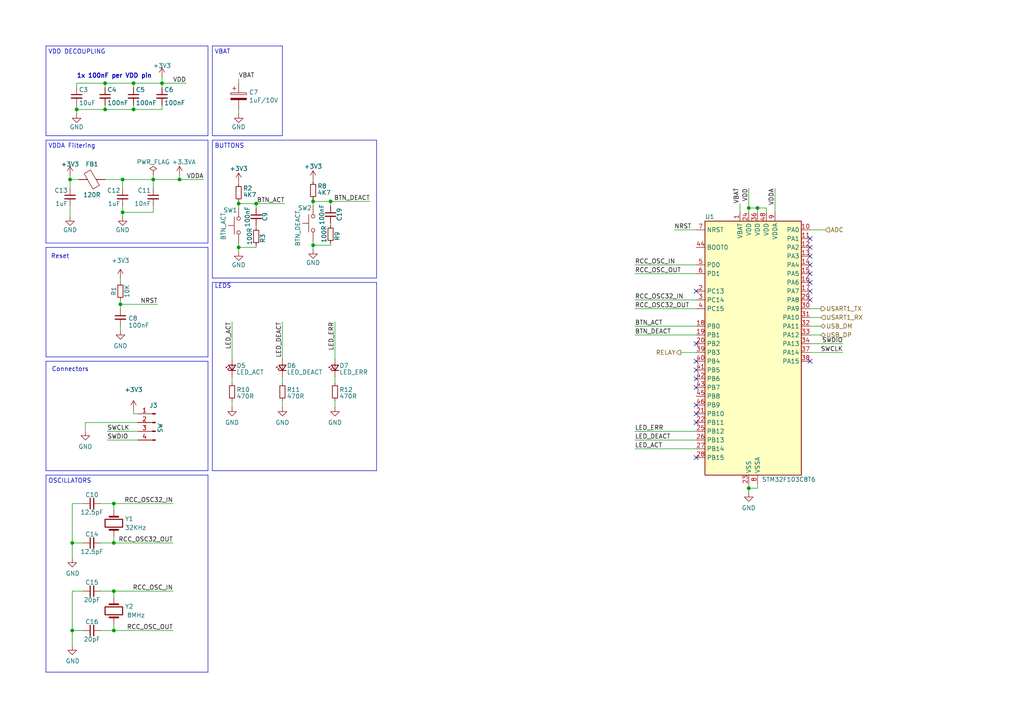
<source format=kicad_sch>
(kicad_sch (version 20230121) (generator eeschema)
  (paper "A4")
  (lib_symbols
    (symbol "+3V3_1" (power) (pin_names (offset 0))
      (property "Value" "+3V3_1" (at 0 3.556 0))
      (symbol "+3V3_1_0_1"
        (polyline (pts (xy -0.762 1.27) (xy 0 2.54)))
        (polyline (pts (xy 0 0) (xy 0 2.54)))
        (polyline (pts (xy 0 2.54) (xy 0.762 1.27)))
      )
      (symbol "+3V3_1_1_1"
        (pin power_in line (at 0 0 90) (length 0) hide (name "+3V3") (number "1"))
      )
    )
    (symbol "Connector:Conn_01x04_Male" (pin_names (offset 1.016) hide)
      (property "Reference" "J" (at 0 5.08 0))
      (property "Value" "Conn_01x04_Male" (at 0 -7.62 0))
      (symbol "Conn_01x04_Male_1_1"
        (polyline (pts (xy 1.27 -5.08) (xy 0.8636 -5.08)) (stroke (width 0.1524)))
        (polyline (pts (xy 1.27 -2.54) (xy 0.8636 -2.54)) (stroke (width 0.1524)))
        (polyline (pts (xy 1.27 0) (xy 0.8636 0)) (stroke (width 0.1524)))
        (polyline (pts (xy 1.27 2.54) (xy 0.8636 2.54)) (stroke (width 0.1524)))
        (rectangle (start 0.8636 -4.953) (end 0 -5.207) (stroke (width 0.1524)) (fill (type outline)))
        (rectangle (start 0.8636 -2.413) (end 0 -2.667) (stroke (width 0.1524)) (fill (type outline)))
        (rectangle (start 0.8636 0.127) (end 0 -0.127) (stroke (width 0.1524)) (fill (type outline)))
        (rectangle (start 0.8636 2.667) (end 0 2.413) (stroke (width 0.1524)) (fill (type outline)))
        (pin passive line (at 5.08 2.54 180) (length 3.81) (name "Pin_1") (number "1"))
        (pin passive line (at 5.08 0 180) (length 3.81) (name "Pin_2") (number "2"))
        (pin passive line (at 5.08 -2.54 180) (length 3.81) (name "Pin_3") (number "3"))
        (pin passive line (at 5.08 -5.08 180) (length 3.81) (name "Pin_4") (number "4"))
      )
    )
    (symbol "Device:CP" (pin_numbers hide) (pin_names (offset 0.254))
      (property "Reference" "C" (at 0.635 2.54 0))
      (property "Value" "Device_CP" (at 0.635 -2.54 0))
      (symbol "CP_0_1"
        (rectangle (start -2.286 0.508) (end 2.286 1.016))
        (polyline (pts (xy -1.778 2.286) (xy -0.762 2.286)))
        (polyline (pts (xy -1.27 2.794) (xy -1.27 1.778)))
        (rectangle (start 2.286 -0.508) (end -2.286 -1.016) (fill (type outline)))
      )
      (symbol "CP_1_1"
        (pin passive line (at 0 3.81 270) (length 2.794) (name "~") (number "1"))
        (pin passive line (at 0 -3.81 90) (length 2.794) (name "~") (number "2"))
      )
    )
    (symbol "Device:C_Small" (pin_numbers hide) (pin_names (offset 0.254) hide)
      (property "Reference" "C" (at 0.254 1.778 0))
      (property "Value" "C_Small" (at 0.254 -2.032 0))
      (symbol "C_Small_0_1"
        (polyline (pts (xy -1.524 -0.508) (xy 1.524 -0.508)) (stroke (width 0.3302)))
        (polyline (pts (xy -1.524 0.508) (xy 1.524 0.508)) (stroke (width 0.3048)))
      )
      (symbol "C_Small_1_1"
        (pin passive line (at 0 2.54 270) (length 2.032) (name "~") (number "1"))
        (pin passive line (at 0 -2.54 90) (length 2.032) (name "~") (number "2"))
      )
    )
    (symbol "Device:Crystal" (pin_numbers hide) (pin_names (offset 1.016) hide)
      (property "Reference" "Y" (at 0 3.81 0))
      (property "Value" "Crystal" (at 0 -3.81 0))
      (symbol "Crystal_0_1"
        (rectangle (start -1.143 2.54) (end 1.143 -2.54) (stroke (width 0.3048)))
        (polyline (pts (xy -2.54 0) (xy -1.905 0)))
        (polyline (pts (xy -1.905 -1.27) (xy -1.905 1.27)) (stroke (width 0.508)))
        (polyline (pts (xy 1.905 -1.27) (xy 1.905 1.27)) (stroke (width 0.508)))
        (polyline (pts (xy 2.54 0) (xy 1.905 0)))
      )
      (symbol "Crystal_1_1"
        (pin passive line (at -3.81 0 0) (length 1.27) (name "1") (number "1"))
        (pin passive line (at 3.81 0 180) (length 1.27) (name "2") (number "2"))
      )
    )
    (symbol "Device:FerriteBead" (pin_numbers hide) (pin_names (offset 0))
      (property "Reference" "FB" (at -3.81 0.635 90))
      (property "Value" "FerriteBead" (at 3.81 0 90))
      (symbol "FerriteBead_0_1"
        (polyline (pts (xy 0 -1.27) (xy 0 -1.2192)))
        (polyline (pts (xy 0 1.27) (xy 0 1.2954)))
        (polyline (pts (xy -2.7686 0.4064) (xy -1.7018 2.2606) (xy 2.7686 -0.3048) (xy 1.6764 -2.159) (xy -2.7686 0.4064)))
      )
      (symbol "FerriteBead_1_1"
        (pin passive line (at 0 3.81 270) (length 2.54) (name "~") (number "1"))
        (pin passive line (at 0 -3.81 90) (length 2.54) (name "~") (number "2"))
      )
    )
    (symbol "Device:LED_Small" (pin_numbers hide) (pin_names (offset 0.254) hide)
      (property "Reference" "D" (at -1.27 3.175 0))
      (property "Value" "LED_Small" (at -4.445 -2.54 0))
      (symbol "LED_Small_0_1"
        (polyline (pts (xy -0.762 -1.016) (xy -0.762 1.016)) (stroke (width 0.254)))
        (polyline (pts (xy 1.016 0) (xy -0.762 0)))
        (polyline (pts (xy 0.762 -1.016) (xy -0.762 0) (xy 0.762 1.016) (xy 0.762 -1.016)) (stroke (width 0.254)))
        (polyline (pts (xy 0 0.762) (xy -0.508 1.27) (xy -0.254 1.27) (xy -0.508 1.27) (xy -0.508 1.016)))
        (polyline (pts (xy 0.508 1.27) (xy 0 1.778) (xy 0.254 1.778) (xy 0 1.778) (xy 0 1.524)))
      )
      (symbol "LED_Small_1_1"
        (pin passive line (at -2.54 0 0) (length 1.778) (name "K") (number "1"))
        (pin passive line (at 2.54 0 180) (length 1.778) (name "A") (number "2"))
      )
    )
    (symbol "Device:R_Small" (pin_numbers hide) (pin_names (offset 0.254) hide)
      (property "Reference" "R" (at 0.762 0.508 0))
      (property "Value" "R_Small" (at 0.762 -1.016 0))
      (symbol "R_Small_0_1"
        (rectangle (start -0.762 1.778) (end 0.762 -1.778) (stroke (width 0.2032)))
      )
      (symbol "R_Small_1_1"
        (pin passive line (at 0 2.54 270) (length 0.762) (name "~") (number "1"))
        (pin passive line (at 0 -2.54 90) (length 0.762) (name "~") (number "2"))
      )
    )
    (symbol "GND_1" (power) (pin_names (offset 0))
      (property "Value" "GND_1" (at 0 -3.81 0))
      (symbol "GND_1_0_1"
        (polyline (pts (xy 0 0) (xy 0 -1.27) (xy 1.27 -1.27) (xy 0 -2.54) (xy -1.27 -1.27) (xy 0 -1.27)))
      )
      (symbol "GND_1_1_1"
        (pin power_in line (at 0 0 270) (length 0) hide (name "GND") (number "1"))
      )
    )
    (symbol "MCU_ST_STM32F1:STM32F103C8Tx"
      (property "Reference" "U" (at -12.7 39.37 0))
      (property "Value" "STM32F103C8Tx" (at 10.16 39.37 0))
      (symbol "STM32F103C8Tx_0_1"
        (rectangle (start -12.7 -35.56) (end 15.24 38.1) (stroke (width 0.254)) (fill (type background)))
      )
      (symbol "STM32F103C8Tx_1_1"
        (pin power_in line (at -2.54 40.64 270) (length 2.54) (name "VBAT") (number "1"))
        (pin bidirectional line (at 17.78 35.56 180) (length 2.54) (name "PA0") (number "10"))
        (pin bidirectional line (at 17.78 33.02 180) (length 2.54) (name "PA1") (number "11"))
        (pin bidirectional line (at 17.78 30.48 180) (length 2.54) (name "PA2") (number "12"))
        (pin bidirectional line (at 17.78 27.94 180) (length 2.54) (name "PA3") (number "13"))
        (pin bidirectional line (at 17.78 25.4 180) (length 2.54) (name "PA4") (number "14"))
        (pin bidirectional line (at 17.78 22.86 180) (length 2.54) (name "PA5") (number "15"))
        (pin bidirectional line (at 17.78 20.32 180) (length 2.54) (name "PA6") (number "16"))
        (pin bidirectional line (at 17.78 17.78 180) (length 2.54) (name "PA7") (number "17"))
        (pin bidirectional line (at -15.24 7.62 0) (length 2.54) (name "PB0") (number "18"))
        (pin bidirectional line (at -15.24 5.08 0) (length 2.54) (name "PB1") (number "19"))
        (pin bidirectional line (at -15.24 17.78 0) (length 2.54) (name "PC13") (number "2"))
        (pin bidirectional line (at -15.24 2.54 0) (length 2.54) (name "PB2") (number "20"))
        (pin bidirectional line (at -15.24 -17.78 0) (length 2.54) (name "PB10") (number "21"))
        (pin bidirectional line (at -15.24 -20.32 0) (length 2.54) (name "PB11") (number "22"))
        (pin power_in line (at 0 -38.1 90) (length 2.54) (name "VSS") (number "23"))
        (pin power_in line (at 0 40.64 270) (length 2.54) (name "VDD") (number "24"))
        (pin bidirectional line (at -15.24 -22.86 0) (length 2.54) (name "PB12") (number "25"))
        (pin bidirectional line (at -15.24 -25.4 0) (length 2.54) (name "PB13") (number "26"))
        (pin bidirectional line (at -15.24 -27.94 0) (length 2.54) (name "PB14") (number "27"))
        (pin bidirectional line (at -15.24 -30.48 0) (length 2.54) (name "PB15") (number "28"))
        (pin bidirectional line (at 17.78 15.24 180) (length 2.54) (name "PA8") (number "29"))
        (pin bidirectional line (at -15.24 15.24 0) (length 2.54) (name "PC14") (number "3"))
        (pin bidirectional line (at 17.78 12.7 180) (length 2.54) (name "PA9") (number "30"))
        (pin bidirectional line (at 17.78 10.16 180) (length 2.54) (name "PA10") (number "31"))
        (pin bidirectional line (at 17.78 7.62 180) (length 2.54) (name "PA11") (number "32"))
        (pin bidirectional line (at 17.78 5.08 180) (length 2.54) (name "PA12") (number "33"))
        (pin bidirectional line (at 17.78 2.54 180) (length 2.54) (name "PA13") (number "34"))
        (pin passive line (at 0 -38.1 90) (length 2.54) hide (name "VSS") (number "35"))
        (pin power_in line (at 2.54 40.64 270) (length 2.54) (name "VDD") (number "36"))
        (pin bidirectional line (at 17.78 0 180) (length 2.54) (name "PA14") (number "37"))
        (pin bidirectional line (at 17.78 -2.54 180) (length 2.54) (name "PA15") (number "38"))
        (pin bidirectional line (at -15.24 0 0) (length 2.54) (name "PB3") (number "39"))
        (pin bidirectional line (at -15.24 12.7 0) (length 2.54) (name "PC15") (number "4"))
        (pin bidirectional line (at -15.24 -2.54 0) (length 2.54) (name "PB4") (number "40"))
        (pin bidirectional line (at -15.24 -5.08 0) (length 2.54) (name "PB5") (number "41"))
        (pin bidirectional line (at -15.24 -7.62 0) (length 2.54) (name "PB6") (number "42"))
        (pin bidirectional line (at -15.24 -10.16 0) (length 2.54) (name "PB7") (number "43"))
        (pin input line (at -15.24 30.48 0) (length 2.54) (name "BOOT0") (number "44"))
        (pin bidirectional line (at -15.24 -12.7 0) (length 2.54) (name "PB8") (number "45"))
        (pin bidirectional line (at -15.24 -15.24 0) (length 2.54) (name "PB9") (number "46"))
        (pin passive line (at 0 -38.1 90) (length 2.54) hide (name "VSS") (number "47"))
        (pin power_in line (at 5.08 40.64 270) (length 2.54) (name "VDD") (number "48"))
        (pin bidirectional line (at -15.24 25.4 0) (length 2.54) (name "PD0") (number "5"))
        (pin bidirectional line (at -15.24 22.86 0) (length 2.54) (name "PD1") (number "6"))
        (pin input line (at -15.24 35.56 0) (length 2.54) (name "NRST") (number "7"))
        (pin power_in line (at 2.54 -38.1 90) (length 2.54) (name "VSSA") (number "8"))
        (pin power_in line (at 7.62 40.64 270) (length 2.54) (name "VDDA") (number "9"))
      )
    )
    (symbol "Switch:SW_Push" (pin_numbers hide) (pin_names (offset 1.016) hide)
      (property "Reference" "SW" (at 1.27 2.54 0))
      (property "Value" "SW_Push" (at 0 -1.524 0))
      (symbol "SW_Push_0_1"
        (circle (center -2.032 0) (radius 0.508))
        (polyline (pts (xy 0 1.27) (xy 0 3.048)))
        (polyline (pts (xy 2.54 1.27) (xy -2.54 1.27)))
        (circle (center 2.032 0) (radius 0.508))
        (pin passive line (at -5.08 0 0) (length 2.54) (name "1") (number "1"))
        (pin passive line (at 5.08 0 180) (length 2.54) (name "2") (number "2"))
      )
    )
    (symbol "power:+3.3VA" (power) (pin_names (offset 0))
      (property "Value" "+3.3VA" (at 0 3.556 0))
      (symbol "+3.3VA_0_1"
        (polyline (pts (xy -0.762 1.27) (xy 0 2.54)))
        (polyline (pts (xy 0 0) (xy 0 2.54)))
        (polyline (pts (xy 0 2.54) (xy 0.762 1.27)))
      )
      (symbol "+3.3VA_1_1"
        (pin power_in line (at 0 0 90) (length 0) hide (name "+3.3VA") (number "1"))
      )
    )
    (symbol "power:+3V3" (power) (pin_names (offset 0))
      (property "Value" "+3V3" (at 0 3.556 0))
      (symbol "+3V3_0_1"
        (polyline (pts (xy -0.762 1.27) (xy 0 2.54)))
        (polyline (pts (xy 0 0) (xy 0 2.54)))
        (polyline (pts (xy 0 2.54) (xy 0.762 1.27)))
      )
      (symbol "+3V3_1_1"
        (pin power_in line (at 0 0 90) (length 0) hide (name "+3V3") (number "1"))
      )
    )
    (symbol "power:GND" (power) (pin_names (offset 0))
      (property "Value" "GND" (at 0 -3.81 0))
      (symbol "GND_0_1"
        (polyline (pts (xy 0 0) (xy 0 -1.27) (xy 1.27 -1.27) (xy 0 -2.54) (xy -1.27 -1.27) (xy 0 -1.27)))
      )
      (symbol "GND_1_1"
        (pin power_in line (at 0 0 270) (length 0) hide (name "GND") (number "1"))
      )
    )
    (symbol "power:PWR_FLAG" (power) (pin_numbers hide) (pin_names (offset 0) hide)
      (property "Value" "PWR_FLAG" (at 0 3.81 0))
      (symbol "PWR_FLAG_0_0"
        (pin power_out line (at 0 0 90) (length 0) (name "pwr") (number "1"))
      )
      (symbol "PWR_FLAG_0_1"
        (polyline (pts (xy 0 0) (xy 0 1.27) (xy -1.016 1.905) (xy 0 2.54) (xy 1.016 1.905) (xy 0 1.27)))
      )
    )
  )
  (junction (at 69.215 71.755))
  (junction (at 90.805 71.12))
  (junction (at 219.71 60.325))
  (junction (at 69.215 59.055))
  (junction (at 52.07 52.07))
  (junction (at 217.17 141.605))
  (junction (at 30.48 31.75))
  (junction (at 38.735 24.13))
  (junction (at 20.32 52.07))
  (junction (at 20.955 157.48))
  (junction (at 20.955 182.88))
  (junction (at 33.02 157.48))
  (junction (at 95.885 58.42))
  (junction (at 22.225 31.75))
  (junction (at 74.295 59.055))
  (junction (at 90.805 58.42))
  (junction (at 46.99 24.13))
  (junction (at 33.02 146.05))
  (junction (at 33.02 182.88))
  (junction (at 34.925 88.265))
  (junction (at 35.56 61.595))
  (junction (at 33.02 171.45))
  (junction (at 217.17 60.325))
  (junction (at 44.45 52.07))
  (junction (at 30.48 24.13))
  (junction (at 38.735 31.75))
  (junction (at 35.56 52.07))
  (no_connect (at 234.95 86.995))
  (no_connect (at 234.95 84.455))
  (no_connect (at 201.93 107.315))
  (no_connect (at 234.95 104.775))
  (no_connect (at 234.95 79.375))
  (no_connect (at 234.95 74.295))
  (no_connect (at 201.93 117.475))
  (no_connect (at 201.93 120.015))
  (no_connect (at 234.95 81.915))
  (no_connect (at 201.93 112.395))
  (no_connect (at 201.93 84.455))
  (no_connect (at 234.95 76.835))
  (no_connect (at 201.93 99.695))
  (no_connect (at 201.93 109.855))
  (no_connect (at 234.95 71.755))
  (no_connect (at 201.93 122.555))
  (no_connect (at 201.93 132.715))
  (no_connect (at 234.95 69.215))
  (no_connect (at 201.93 104.775))
  (wire (pts (xy 95.885 71.12) (xy 90.805 71.12)))
  (wire (pts (xy 46.99 22.225) (xy 46.99 24.13)))
  (wire (pts (xy 97.155 109.22) (xy 97.155 111.125)))
  (wire (pts (xy 46.99 24.13) (xy 46.99 25.4)))
  (wire (pts (xy 22.86 52.07) (xy 20.32 52.07)))
  (wire (pts (xy 90.805 71.12) (xy 90.805 72.39)))
  (wire (pts (xy 219.71 60.325) (xy 217.17 60.325)))
  (wire (pts (xy 52.07 52.07) (xy 44.45 52.07)))
  (wire (pts (xy 44.45 61.595) (xy 35.56 61.595)))
  (polyline (pts (xy 13.335 104.775) (xy 13.335 136.525)))
  (wire (pts (xy 22.225 24.13) (xy 30.48 24.13)))
  (polyline (pts (xy 13.335 40.64) (xy 13.335 70.485)))
  (wire (pts (xy 20.32 52.07) (xy 20.32 54.61)))
  (wire (pts (xy 52.07 50.8) (xy 52.07 52.07)))
  (wire (pts (xy 46.99 24.13) (xy 53.975 24.13)))
  (polyline (pts (xy 60.325 103.505) (xy 13.335 103.505)))
  (wire (pts (xy 35.56 61.595) (xy 35.56 62.865)))
  (wire (pts (xy 24.13 146.05) (xy 20.955 146.05)))
  (wire (pts (xy 30.48 31.75) (xy 38.735 31.75)))
  (wire (pts (xy 30.48 24.13) (xy 30.48 25.4)))
  (wire (pts (xy 31.115 125.095) (xy 40.005 125.095)))
  (polyline (pts (xy 13.335 39.37) (xy 60.325 39.37)))
  (wire (pts (xy 222.25 60.325) (xy 222.25 61.595)))
  (wire (pts (xy 59.055 52.07) (xy 52.07 52.07)))
  (wire (pts (xy 81.915 109.22) (xy 81.915 111.125)))
  (wire (pts (xy 33.02 180.975) (xy 33.02 182.88)))
  (wire (pts (xy 224.79 54.61) (xy 224.79 61.595)))
  (wire (pts (xy 33.02 182.88) (xy 29.21 182.88)))
  (wire (pts (xy 81.915 93.345) (xy 81.915 104.14)))
  (wire (pts (xy 33.02 182.88) (xy 50.165 182.88)))
  (wire (pts (xy 20.955 182.88) (xy 24.13 182.88)))
  (wire (pts (xy 33.02 171.45) (xy 50.165 171.45)))
  (wire (pts (xy 33.02 171.45) (xy 29.21 171.45)))
  (wire (pts (xy 24.765 122.555) (xy 24.765 125.095)))
  (wire (pts (xy 184.15 125.095) (xy 201.93 125.095)))
  (wire (pts (xy 34.925 80.645) (xy 34.925 81.915)))
  (wire (pts (xy 35.56 52.07) (xy 30.48 52.07)))
  (wire (pts (xy 90.805 69.85) (xy 90.805 71.12)))
  (wire (pts (xy 69.215 71.755) (xy 69.215 73.025)))
  (wire (pts (xy 234.95 102.235) (xy 244.475 102.235)))
  (wire (pts (xy 34.925 86.995) (xy 34.925 88.265)))
  (wire (pts (xy 69.215 22.86) (xy 69.215 24.13)))
  (wire (pts (xy 30.48 30.48) (xy 30.48 31.75)))
  (wire (pts (xy 33.02 173.355) (xy 33.02 171.45)))
  (polyline (pts (xy 13.335 137.795) (xy 60.325 137.795)))
  (wire (pts (xy 195.58 66.675) (xy 201.93 66.675)))
  (wire (pts (xy 31.115 127.635) (xy 40.005 127.635)))
  (polyline (pts (xy 60.325 39.37) (xy 60.325 13.335)))
  (wire (pts (xy 74.295 71.12) (xy 74.295 71.755)))
  (wire (pts (xy 222.25 60.325) (xy 219.71 60.325)))
  (wire (pts (xy 97.155 116.205) (xy 97.155 118.11)))
  (wire (pts (xy 34.925 94.615) (xy 34.925 95.885)))
  (wire (pts (xy 201.93 102.235) (xy 197.485 102.235)))
  (polyline (pts (xy 109.22 136.525) (xy 61.595 136.525)))
  (polyline (pts (xy 61.595 13.335) (xy 81.915 13.335)))
  (polyline (pts (xy 61.595 81.915) (xy 61.595 136.525)))
  (wire (pts (xy 234.95 99.695) (xy 244.475 99.695)))
  (wire (pts (xy 44.45 52.07) (xy 44.45 54.61)))
  (wire (pts (xy 90.805 57.785) (xy 90.805 58.42)))
  (wire (pts (xy 33.02 157.48) (xy 50.165 157.48)))
  (polyline (pts (xy 60.325 71.755) (xy 60.325 103.505)))
  (wire (pts (xy 33.02 146.05) (xy 50.165 146.05)))
  (wire (pts (xy 33.02 147.955) (xy 33.02 146.05)))
  (polyline (pts (xy 60.325 136.525) (xy 13.335 136.525)))
  (polyline (pts (xy 13.335 71.755) (xy 13.335 103.505)))
  (wire (pts (xy 38.735 31.75) (xy 46.99 31.75)))
  (wire (pts (xy 20.955 157.48) (xy 20.955 161.925)))
  (wire (pts (xy 90.805 52.07) (xy 90.805 52.705)))
  (polyline (pts (xy 81.915 39.37) (xy 61.595 39.37)))
  (wire (pts (xy 74.295 71.755) (xy 69.215 71.755)))
  (wire (pts (xy 219.71 140.335) (xy 219.71 141.605)))
  (wire (pts (xy 234.95 94.615) (xy 238.125 94.615)))
  (wire (pts (xy 184.15 97.155) (xy 201.93 97.155)))
  (wire (pts (xy 38.735 30.48) (xy 38.735 31.75)))
  (wire (pts (xy 24.13 171.45) (xy 20.955 171.45)))
  (wire (pts (xy 38.735 24.13) (xy 38.735 25.4)))
  (wire (pts (xy 95.885 58.42) (xy 107.315 58.42)))
  (wire (pts (xy 22.225 25.4) (xy 22.225 24.13)))
  (wire (pts (xy 69.215 70.485) (xy 69.215 71.755)))
  (wire (pts (xy 217.17 54.61) (xy 217.17 60.325)))
  (wire (pts (xy 184.15 79.375) (xy 201.93 79.375)))
  (wire (pts (xy 67.31 116.205) (xy 67.31 118.11)))
  (wire (pts (xy 34.925 88.265) (xy 45.72 88.265)))
  (wire (pts (xy 234.95 89.535) (xy 238.125 89.535)))
  (wire (pts (xy 90.805 58.42) (xy 95.885 58.42)))
  (wire (pts (xy 74.295 65.405) (xy 74.295 66.04)))
  (wire (pts (xy 69.215 59.055) (xy 74.295 59.055)))
  (wire (pts (xy 20.955 171.45) (xy 20.955 182.88)))
  (polyline (pts (xy 81.915 13.335) (xy 81.915 39.37)))
  (wire (pts (xy 234.95 92.075) (xy 238.125 92.075)))
  (wire (pts (xy 33.02 146.05) (xy 29.21 146.05)))
  (wire (pts (xy 33.02 157.48) (xy 29.21 157.48)))
  (wire (pts (xy 20.32 50.8) (xy 20.32 52.07)))
  (polyline (pts (xy 109.22 80.645) (xy 61.595 80.645)))
  (wire (pts (xy 95.885 64.77) (xy 95.885 65.405)))
  (wire (pts (xy 184.15 130.175) (xy 201.93 130.175)))
  (wire (pts (xy 219.71 141.605) (xy 217.17 141.605)))
  (wire (pts (xy 20.955 146.05) (xy 20.955 157.48)))
  (wire (pts (xy 219.71 60.325) (xy 219.71 61.595)))
  (wire (pts (xy 20.32 59.69) (xy 20.32 62.865)))
  (polyline (pts (xy 13.335 71.755) (xy 60.325 71.755)))
  (wire (pts (xy 46.99 30.48) (xy 46.99 31.75)))
  (wire (pts (xy 184.15 94.615) (xy 201.93 94.615)))
  (polyline (pts (xy 60.325 104.775) (xy 60.325 136.525)))
  (wire (pts (xy 33.02 155.575) (xy 33.02 157.48)))
  (wire (pts (xy 217.17 141.605) (xy 217.17 140.335)))
  (polyline (pts (xy 60.325 137.795) (xy 60.325 194.945)))
  (wire (pts (xy 74.295 60.325) (xy 74.295 59.055)))
  (wire (pts (xy 184.15 86.995) (xy 201.93 86.995)))
  (wire (pts (xy 67.31 93.345) (xy 67.31 104.14)))
  (wire (pts (xy 40.005 122.555) (xy 24.765 122.555)))
  (wire (pts (xy 184.15 89.535) (xy 201.93 89.535)))
  (wire (pts (xy 95.885 70.485) (xy 95.885 71.12)))
  (polyline (pts (xy 60.325 13.335) (xy 13.335 13.335)))
  (polyline (pts (xy 109.22 40.64) (xy 109.22 80.645)))
  (wire (pts (xy 35.56 52.07) (xy 35.56 54.61)))
  (wire (pts (xy 184.15 76.835) (xy 201.93 76.835)))
  (polyline (pts (xy 61.595 40.64) (xy 61.595 80.645)))
  (polyline (pts (xy 13.335 104.775) (xy 60.325 104.775)))
  (wire (pts (xy 30.48 24.13) (xy 38.735 24.13)))
  (polyline (pts (xy 60.325 70.485) (xy 13.335 70.485)))
  (wire (pts (xy 90.805 58.42) (xy 90.805 59.69)))
  (wire (pts (xy 234.95 66.675) (xy 239.395 66.675)))
  (wire (pts (xy 95.885 59.69) (xy 95.885 58.42)))
  (wire (pts (xy 69.215 59.055) (xy 69.215 60.325)))
  (wire (pts (xy 22.225 31.75) (xy 22.225 33.02)))
  (wire (pts (xy 22.225 31.75) (xy 30.48 31.75)))
  (polyline (pts (xy 60.325 40.64) (xy 60.325 70.485)))
  (wire (pts (xy 69.215 58.42) (xy 69.215 59.055)))
  (wire (pts (xy 44.45 59.69) (xy 44.45 61.595)))
  (polyline (pts (xy 109.22 81.915) (xy 109.22 136.525)))
  (wire (pts (xy 38.735 24.13) (xy 46.99 24.13)))
  (wire (pts (xy 35.56 59.69) (xy 35.56 61.595)))
  (wire (pts (xy 184.15 127.635) (xy 201.93 127.635)))
  (wire (pts (xy 67.31 109.22) (xy 67.31 111.125)))
  (wire (pts (xy 38.735 118.745) (xy 38.735 120.015)))
  (polyline (pts (xy 61.595 81.915) (xy 109.22 81.915)))
  (wire (pts (xy 217.17 61.595) (xy 217.17 60.325)))
  (wire (pts (xy 20.955 182.88) (xy 20.955 187.325)))
  (wire (pts (xy 20.955 157.48) (xy 24.13 157.48)))
  (wire (pts (xy 44.45 50.8) (xy 44.45 52.07)))
  (wire (pts (xy 217.17 141.605) (xy 217.17 142.875)))
  (wire (pts (xy 22.225 30.48) (xy 22.225 31.75)))
  (wire (pts (xy 69.215 31.75) (xy 69.215 33.02)))
  (polyline (pts (xy 61.595 40.64) (xy 109.22 40.64)))
  (polyline (pts (xy 60.325 194.945) (xy 13.335 194.945)))
  (polyline (pts (xy 13.335 13.335) (xy 13.335 39.37)))
  (wire (pts (xy 34.925 88.265) (xy 34.925 89.535)))
  (wire (pts (xy 234.95 97.155) (xy 238.125 97.155)))
  (polyline (pts (xy 13.335 40.64) (xy 60.325 40.64)))
  (polyline (pts (xy 61.595 13.335) (xy 61.595 39.37)))
  (wire (pts (xy 81.915 116.205) (xy 81.915 118.11)))
  (wire (pts (xy 214.63 59.055) (xy 214.63 61.595)))
  (polyline (pts (xy 13.335 137.795) (xy 13.335 194.945)))
  (wire (pts (xy 38.735 120.015) (xy 40.005 120.015)))
  (wire (pts (xy 44.45 52.07) (xy 35.56 52.07)))
  (wire (pts (xy 74.295 59.055) (xy 82.55 59.055)))
  (wire (pts (xy 69.215 52.705) (xy 69.215 53.34)))
  (wire (pts (xy 97.155 93.345) (xy 97.155 104.14)))
  (text "1x 100nF per VDD pin" (at 22.225 22.86 0) (effects (font (size 1.27 1.27) bold) (justify left bottom)))
  (text "VDD DECOUPLING" (at 13.97 15.875 0) (effects (font (size 1.27 1.27)) (justify left bottom)))
  (text "BUTTONS" (at 62.23 43.18 0) (effects (font (size 1.27 1.27)) (justify left bottom)))
  (text "LEDS" (at 62.23 83.82 0) (effects (font (size 1.27 1.27)) (justify left bottom)))
  (text "VBAT" (at 62.23 15.875 0) (effects (font (size 1.27 1.27)) (justify left bottom)))
  (text "Reset" (at 14.732 75.184 0) (effects (font (size 1.27 1.27)) (justify left bottom)))
  (text "OSCILLATORS" (at 13.97 140.335 0) (effects (font (size 1.27 1.27)) (justify left bottom)))
  (text "VDDA Filtering" (at 13.97 43.18 0) (effects (font (size 1.27 1.27)) (justify left bottom)))
  (text "Connectors" (at 14.986 107.95 0) (effects (font (size 1.27 1.27)) (justify left bottom)))
  (label "LED_ACT" (at 67.31 93.345 270))
  (label "BTN_ACT" (at 82.55 59.055 180))
  (label "LED_ACT" (at 184.15 130.175 0))
  (label "VDDA" (at 224.79 54.61 270))
  (label "VBAT" (at 69.215 22.86 0))
  (label "RCC_OSC32_IN" (at 50.165 146.05 180))
  (label "VBAT" (at 214.63 59.055 90))
  (label "LED_ERR" (at 97.155 93.345 270))
  (label "RCC_OSC_OUT" (at 184.15 79.375 0))
  (label "RCC_OSC32_IN" (at 184.15 86.995 0))
  (label "RCC_OSC32_OUT" (at 184.15 89.535 0))
  (label "LED_DEACT" (at 184.15 127.635 0))
  (label "BTN_DEACT" (at 107.315 58.42 180))
  (label "RCC_OSC_IN" (at 50.165 171.45 180))
  (label "VDD" (at 53.975 24.13 180))
  (label "VDD" (at 217.17 54.61 270))
  (label "SWCLK" (at 244.475 102.235 180))
  (label "RCC_OSC_OUT" (at 50.165 182.88 180))
  (label "LED_ERR" (at 184.15 125.095 0))
  (label "RCC_OSC32_OUT" (at 50.165 157.48 180))
  (label "VDDA" (at 59.055 52.07 180))
  (label "SWDIO" (at 244.475 99.695 180))
  (label "LED_DEACT" (at 81.915 93.345 270))
  (label "BTN_DEACT" (at 184.15 97.155 0))
  (label "SWCLK" (at 31.115 125.095 0))
  (label "SWDIO" (at 31.115 127.635 0))
  (label "BTN_ACT" (at 184.15 94.615 0))
  (label "RCC_OSC_IN" (at 184.15 76.835 0))
  (label "NRST" (at 45.72 88.265 180))
  (label "NRST" (at 195.58 66.675 0))
  (hierarchical_label "ADC" (shape input) (at 239.395 66.675 0))
  (hierarchical_label "USB_DP" (shape bidirectional) (at 238.125 97.155 0))
  (hierarchical_label "USB_DM" (shape bidirectional) (at 238.125 94.615 0))
  (hierarchical_label "USART1_TX" (shape output) (at 238.125 89.535 0))
  (hierarchical_label "USART1_RX" (shape input) (at 238.125 92.075 0))
  (hierarchical_label "RELAY" (shape output) (at 197.485 102.235 180))
  (symbol (lib_name "GND_1") (lib_id "power:GND") (at 69.215 73.025 0) (unit 1)
    (property "Reference" "#PWR019" (effects hide))
    (property "Value" "GND" (at 69.215 76.835 0))
    (instances (project "damlama" (path "" (reference "#PWR019") (unit 1))) (project "Mushamba" (path "" (reference "#PWR010") (unit 1))))
  )
  (symbol (lib_id "Device:C_Small") (at 74.295 62.865 0) (unit 1)
    (property "Reference" "C9" (at 76.835 62.865 90))
    (property "Value" "100nF" (at 71.755 62.865 90))
    (property "Footprint" "Capacitor_SMD:C_0603_1608Metric" (effects hide))
    (property "DigikeyPN" "AC0603KPX7R7BB104" (effects hide))
    (instances (project "damlama" (path "" (reference "C9") (unit 1))) (project "Mushamba" (path "" (reference "C4") (unit 1))))
  )
  (symbol (lib_id "Device:C_Small") (at 34.925 92.075 0) (unit 1)
    (property "Reference" "C8" (at 37.211 92.329 0) (effects (justify left)))
    (property "Value" "100nF" (at 37.211 94.361 0) (effects (justify left)))
    (property "Footprint" "Capacitor_SMD:C_0603_1608Metric" (effects hide))
    (property "DigikeyPN" "AC0603KPX7R7BB104" (effects hide))
    (instances (project "damlama" (path "" (reference "C8") (unit 1))) (project "Mushamba" (path "" (reference "C3") (unit 1))))
  )
  (symbol (lib_id "Device:C_Small") (at 26.67 171.45 90) (unit 1)
    (property "Reference" "C15" (at 26.67 168.91 90))
    (property "Value" "20pF" (at 26.67 173.99 90))
    (property "Footprint" "Capacitor_SMD:C_0603_1608Metric" (effects hide))
  )
  (symbol (lib_id "Device:C_Small") (at 95.885 62.23 0) (unit 1)
    (property "Reference" "C19" (at 98.425 62.23 90))
    (property "Value" "100nF" (at 93.345 62.23 90))
    (property "Footprint" "Capacitor_SMD:C_0603_1608Metric" (effects hide))
    (property "DigikeyPN" "AC0603KPX7R7BB104" (effects hide))
    (instances (project "damlama" (path "" (reference "C19") (unit 1))) (project "Mushamba" (path "" (reference "C4") (unit 1))))
  )
  (symbol (lib_id "Device:C_Small") (at 26.67 146.05 90) (unit 1)
    (property "Reference" "C10" (at 26.67 143.51 90))
    (property "Value" "12.5pF" (at 26.67 148.59 90))
    (property "Footprint" "Capacitor_SMD:C_0603_1608Metric" (effects hide))
  )
  (symbol (lib_id "power:GND") (at 217.17 142.875 0) (unit 1)
    (property "Reference" "#PWR022" (effects hide))
    (property "Value" "GND" (at 217.17 147.32 0))
    (instances (project "damlama" (path "" (reference "#PWR022") (unit 1))) (project "Mushamba" (path "" (reference "#PWR012") (unit 1))))
  )
  (symbol (lib_id "Device:CP") (at 69.215 27.94 0) (unit 1)
    (property "Reference" "C7" (at 72.2122 26.7716 0) (effects (justify left)))
    (property "Value" "1uF/10V" (at 72.2122 29.083 0) (effects (justify left)))
    (property "Footprint" "Capacitor_SMD:C_0603_1608Metric" (effects hide))
    (property "Digikey" "478-12231-6-ND" (effects hide))
    (instances (project "damlama" (path "" (reference "C7") (unit 1))) (project "kanal-kapak-hardware" (path "" (reference "C10") (unit 1))))
  )
  (symbol (lib_id "Device:C_Small") (at 26.67 182.88 90) (unit 1)
    (property "Reference" "C16" (at 26.67 180.34 90))
    (property "Value" "20pF" (at 26.67 185.42 90))
    (property "Footprint" "Capacitor_SMD:C_0603_1608Metric" (effects hide))
  )
  (symbol (lib_id "Device:C_Small") (at 26.67 157.48 90) (unit 1)
    (property "Reference" "C14" (at 26.67 154.94 90))
    (property "Value" "12.5pF" (at 26.67 160.02 90))
    (property "Footprint" "Capacitor_SMD:C_0603_1608Metric" (effects hide))
  )
  (symbol (lib_id "Connector:Conn_01x04_Male") (at 45.085 122.555 0) (mirror y) (unit 1)
    (property "Reference" "J3" (at 43.307 117.602 0) (effects (justify right)))
    (property "Value" "SW" (at 46.482 122.682 90) (effects (justify right)))
    (property "Footprint" "Connector_PinHeader_2.54mm:PinHeader_1x04_P2.54mm_Vertical" (effects hide))
  )
  (symbol (lib_id "Switch:SW_Push") (at 69.215 65.405 90) (unit 1)
    (property "Reference" "SW1" (at 64.77 60.96 90) (effects (justify right)))
    (property "Value" "BTN_ACT" (at 64.77 61.595 0) (effects (justify right)))
    (property "Footprint" "Button_Switch_SMD:SW_Push_1P1T_NO_Vertical_Wuerth_434133025816" (effects hide))
  )
  (symbol (lib_id "power:GND") (at 20.955 161.925 0) (unit 1)
    (property "Reference" "#PWR020" (effects hide))
    (property "Value" "GND" (at 21.082 166.3192 0))
  )
  (symbol (lib_id "Device:R_Small") (at 74.295 68.58 0) (unit 1)
    (property "Reference" "R3" (at 76.2 70.485 90) (effects (justify left)))
    (property "Value" "100R" (at 72.39 71.12 90) (effects (justify left)))
    (property "Footprint" "Resistor_SMD:R_0603_1608Metric" (effects hide))
  )
  (symbol (lib_id "Device:R_Small") (at 81.915 113.665 0) (unit 1)
    (property "Reference" "R11" (at 83.185 113.03 0) (effects (justify left)))
    (property "Value" "470R" (at 83.185 114.935 0) (effects (justify left)))
    (property "Footprint" "Resistor_SMD:R_0603_1608Metric" (effects hide))
  )
  (symbol (lib_id "Device:C_Small") (at 35.56 57.15 0) (mirror y) (unit 1)
    (property "Reference" "C12" (at 34.925 55.245 0) (effects (justify left)))
    (property "Value" "1uF" (at 34.925 59.055 0) (effects (justify left)))
    (property "Footprint" "Capacitor_SMD:C_0603_1608Metric" (effects hide))
  )
  (symbol (lib_id "Device:C_Small") (at 46.99 27.94 0) (unit 1)
    (property "Reference" "C6" (at 47.625 26.035 0) (effects (justify left)))
    (property "Value" "100nF" (at 47.625 29.845 0) (effects (justify left)))
    (property "Footprint" "Capacitor_SMD:C_0603_1608Metric" (effects hide))
  )
  (symbol (lib_id "Device:LED_Small") (at 81.915 106.68 90) (unit 1)
    (property "Reference" "D6" (at 83.185 106.045 90) (effects (justify right)))
    (property "Value" "LED_DEACT" (at 83.185 107.95 90) (effects (justify right)))
    (property "Footprint" "LED_THT:LED_D3.0mm" (effects hide))
  )
  (symbol (lib_id "power:GND") (at 24.765 125.095 0) (unit 1)
    (property "Reference" "#PWR016" (effects hide))
    (property "Value" "GND" (at 24.765 129.54 0))
    (instances (project "damlama" (path "" (reference "#PWR016") (unit 1))) (project "Mushamba" (path "" (reference "#PWR08") (unit 1))))
  )
  (symbol (lib_id "power:+3V3") (at 34.925 80.645 0) (unit 1)
    (property "Reference" "#PWR014" (effects hide))
    (property "Value" "+3V3" (at 34.925 75.565 0))
    (instances (project "damlama" (path "" (reference "#PWR014") (unit 1))) (project "Mushamba" (path "" (reference "#PWR011") (unit 1))))
  )
  (symbol (lib_id "Device:R_Small") (at 95.885 67.945 0) (unit 1)
    (property "Reference" "R9" (at 97.79 69.85 90) (effects (justify left)))
    (property "Value" "100R" (at 93.98 70.485 90) (effects (justify left)))
    (property "Footprint" "Resistor_SMD:R_0603_1608Metric" (effects hide))
    (instances (project "damlama" (path "" (reference "R9") (unit 1))) (project "Mushamba" (path "" (reference "R3") (unit 1))))
  )
  (symbol (lib_id "Device:LED_Small") (at 97.155 106.68 90) (unit 1)
    (property "Reference" "D7" (at 98.425 106.045 90) (effects (justify right)))
    (property "Value" "LED_ERR" (at 98.425 107.95 90) (effects (justify right)))
    (property "Footprint" "LED_THT:LED_D3.0mm" (effects hide))
  )
  (symbol (lib_id "Device:R_Small") (at 34.925 84.455 180) (unit 1)
    (property "Reference" "R1" (at 33.02 84.455 90))
    (property "Value" "10K" (at 36.83 84.455 90))
    (property "Footprint" "Resistor_SMD:R_0603_1608Metric" (effects hide))
    (instances (project "damlama" (path "" (reference "R1") (unit 1))) (project "Mushamba" (path "" (reference "R2") (unit 1))))
  )
  (symbol (lib_id "power:GND") (at 97.155 118.11 0) (unit 1)
    (property "Reference" "#PWR035" (effects hide))
    (property "Value" "GND" (at 97.155 122.555 0))
    (instances (project "damlama" (path "" (reference "#PWR035") (unit 1))) (project "Mushamba" (path "" (reference "#PWR012") (unit 1))))
  )
  (symbol (lib_name "+3V3_1") (lib_id "power:+3V3") (at 46.99 22.225 0) (unit 1)
    (property "Reference" "#PWR07" (effects hide))
    (property "Value" "+3V3" (at 46.99 19.05 0))
  )
  (symbol (lib_id "Device:Crystal") (at 33.02 151.765 90) (unit 1)
    (property "Reference" "Y1" (at 36.195 150.495 90) (effects (justify right)))
    (property "Value" "32KHz" (at 36.195 153.035 90) (effects (justify right)))
    (property "Footprint" "Crystal:Crystal_C38-LF_D3.0mm_L8.0mm_Vertical" (effects hide))
    (property "Datasheet" "https://ecsxtal.com/store/pdf/ECS-3x8X%202x6X%201X5X.pdf" (effects hide))
    (property "DigikeyPN" "X1123-ND" (effects hide))
  )
  (symbol (lib_id "Device:C_Small") (at 38.735 27.94 0) (unit 1)
    (property "Reference" "C5" (at 39.37 26.035 0) (effects (justify left)))
    (property "Value" "100nF" (at 39.37 29.845 0) (effects (justify left)))
    (property "Footprint" "Capacitor_SMD:C_0603_1608Metric" (effects hide))
  )
  (symbol (lib_id "power:GND") (at 34.925 95.885 0) (unit 1)
    (property "Reference" "#PWR015" (effects hide))
    (property "Value" "GND" (at 34.925 100.33 0))
    (instances (project "damlama" (path "" (reference "#PWR015") (unit 1))) (project "Mushamba" (path "" (reference "#PWR012") (unit 1))))
  )
  (symbol (lib_id "power:+3V3") (at 38.735 118.745 0) (unit 1)
    (property "Reference" "#PWR017" (effects hide))
    (property "Value" "+3V3" (at 38.735 113.03 0))
    (instances (project "damlama" (path "" (reference "#PWR017") (unit 1))) (project "Mushamba" (path "" (reference "#PWR013") (unit 1))))
  )
  (symbol (lib_id "power:GND") (at 69.215 33.02 0) (unit 1)
    (property "Reference" "#PWR033" (effects hide))
    (property "Value" "GND" (at 69.215 36.83 0))
    (instances (project "damlama" (path "" (reference "#PWR033") (unit 1))) (project "damlama" (path "" (reference "#PWR03") (unit 1))))
  )
  (symbol (lib_id "Device:C_Small") (at 22.225 27.94 0) (unit 1)
    (property "Reference" "C3" (at 22.86 26.035 0) (effects (justify left)))
    (property "Value" "10uF" (at 22.86 29.845 0) (effects (justify left)))
    (property "Footprint" "Capacitor_SMD:C_0603_1608Metric" (effects hide))
  )
  (symbol (lib_id "Device:Crystal") (at 33.02 177.165 90) (unit 1)
    (property "Reference" "Y2" (at 36.195 175.895 90) (effects (justify right)))
    (property "Value" "8MHz" (at 36.83 178.435 90) (effects (justify right)))
    (property "Footprint" "Crystal:Crystal_SMD_HC49-SD" (effects hide))
    (property "Datasheet" "https://ecsxtal.com/store/pdf/ECS-3x8X%202x6X%201X5X.pdf" (effects hide))
    (property "DigikeyPN" "X1123-ND" (effects hide))
  )
  (symbol (lib_id "Device:FerriteBead") (at 26.67 52.07 90) (mirror x) (unit 1)
    (property "Reference" "FB1" (at 26.67 47.625 90))
    (property "Value" "120R" (at 26.67 56.515 90))
    (property "Footprint" "Inductor_SMD:L_0603_1608Metric" (effects hide))
  )
  (symbol (lib_id "Device:R_Small") (at 97.155 113.665 0) (unit 1)
    (property "Reference" "R12" (at 98.425 113.03 0) (effects (justify left)))
    (property "Value" "470R" (at 98.425 114.935 0) (effects (justify left)))
    (property "Footprint" "Resistor_SMD:R_0603_1608Metric" (effects hide))
  )
  (symbol (lib_id "power:GND") (at 67.31 118.11 0) (unit 1)
    (property "Reference" "#PWR032" (effects hide))
    (property "Value" "GND" (at 67.31 122.555 0))
    (instances (project "damlama" (path "" (reference "#PWR032") (unit 1))) (project "Mushamba" (path "" (reference "#PWR012") (unit 1))))
  )
  (symbol (lib_id "Device:C_Small") (at 30.48 27.94 0) (unit 1)
    (property "Reference" "C4" (at 31.115 26.035 0) (effects (justify left)))
    (property "Value" "100nF" (at 31.115 29.845 0) (effects (justify left)))
    (property "Footprint" "Capacitor_SMD:C_0603_1608Metric" (effects hide))
  )
  (symbol (lib_id "power:GND") (at 81.915 118.11 0) (unit 1)
    (property "Reference" "#PWR034" (effects hide))
    (property "Value" "GND" (at 81.915 122.555 0))
    (instances (project "damlama" (path "" (reference "#PWR034") (unit 1))) (project "Mushamba" (path "" (reference "#PWR012") (unit 1))))
  )
  (symbol (lib_name "GND_1") (lib_id "power:GND") (at 90.805 72.39 0) (unit 1)
    (property "Reference" "#PWR031" (effects hide))
    (property "Value" "GND" (at 90.805 76.2 0))
    (instances (project "damlama" (path "" (reference "#PWR031") (unit 1))) (project "Mushamba" (path "" (reference "#PWR010") (unit 1))))
  )
  (symbol (lib_id "power:GND") (at 20.32 62.865 0) (mirror y) (unit 1)
    (property "Reference" "#PWR013" (effects hide))
    (property "Value" "GND" (at 20.32 66.675 0))
    (instances (project "damlama" (path "" (reference "#PWR013") (unit 1))) (project "damlama" (path "" (reference "#PWR017") (unit 1))))
  )
  (symbol (lib_id "MCU_ST_STM32F1:STM32F103C8Tx") (at 217.17 102.235 0) (unit 1)
    (property "Reference" "U1" (at 204.47 62.865 0) (effects (justify left)))
    (property "Value" "STM32F103C8T6" (at 220.98 139.065 0) (effects (justify left)))
    (property "Footprint" "Package_QFP:LQFP-48_7x7mm_P0.5mm" (effects hide))
    (property "Datasheet" "https://www.st.com/resource/en/datasheet/stm32f103c8.pdf" (effects hide))
  )
  (symbol (lib_id "power:+3V3") (at 69.215 52.705 0) (unit 1)
    (property "Reference" "#PWR018" (effects hide))
    (property "Value" "+3V3" (at 69.215 48.895 0))
    (instances (project "damlama" (path "" (reference "#PWR018") (unit 1))) (project "Mushamba" (path "" (reference "#PWR09") (unit 1))))
  )
  (symbol (lib_id "Device:R_Small") (at 69.215 55.88 0) (unit 1)
    (property "Reference" "R2" (at 70.485 54.61 0) (effects (justify left)))
    (property "Value" "4K7" (at 70.485 56.515 0) (effects (justify left)))
    (property "Footprint" "Resistor_SMD:R_0603_1608Metric" (effects hide))
    (instances (project "damlama" (path "" (reference "R2") (unit 1))) (project "Mushamba" (path "" (reference "R1") (unit 1))))
  )
  (symbol (lib_id "Device:C_Small") (at 20.32 57.15 0) (mirror y) (unit 1)
    (property "Reference" "C13" (at 19.685 55.245 0) (effects (justify left)))
    (property "Value" "1uF" (at 19.685 59.055 0) (effects (justify left)))
    (property "Footprint" "Capacitor_SMD:C_0603_1608Metric" (effects hide))
  )
  (symbol (lib_id "power:GND") (at 22.225 33.02 0) (unit 1)
    (property "Reference" "#PWR09" (effects hide))
    (property "Value" "GND" (at 22.225 36.83 0))
    (instances (project "damlama" (path "" (reference "#PWR09") (unit 1))) (project "damlama" (path "" (reference "#PWR03") (unit 1))))
  )
  (symbol (lib_id "Switch:SW_Push") (at 90.805 64.77 90) (unit 1)
    (property "Reference" "SW2" (at 86.36 60.325 90) (effects (justify right)))
    (property "Value" "BTN_DEACT" (at 86.36 60.96 0) (effects (justify right)))
    (property "Footprint" "Button_Switch_SMD:SW_Push_1P1T_NO_Vertical_Wuerth_434133025816" (effects hide))
    (instances (project "damlama" (path "" (reference "SW2") (unit 1))) (project "Mushamba" (path "" (reference "SW1") (unit 1))))
  )
  (symbol (lib_id "power:GND") (at 20.955 187.325 0) (unit 1)
    (property "Reference" "#PWR021" (effects hide))
    (property "Value" "GND" (at 21.082 191.7192 0))
    (instances (project "damlama" (path "" (reference "#PWR021") (unit 1))) (project "kanal-kapak-hardware" (path "" (reference "#PWR020") (unit 1))))
  )
  (symbol (lib_id "Device:R_Small") (at 67.31 113.665 0) (unit 1)
    (property "Reference" "R10" (at 68.58 113.03 0) (effects (justify left)))
    (property "Value" "470R" (at 68.58 114.935 0) (effects (justify left)))
    (property "Footprint" "Resistor_SMD:R_0603_1608Metric" (effects hide))
  )
  (symbol (lib_id "Device:C_Small") (at 44.45 57.15 0) (mirror y) (unit 1)
    (property "Reference" "C11" (at 43.815 55.245 0) (effects (justify left)))
    (property "Value" "10nF" (at 43.815 59.055 0) (effects (justify left)))
    (property "Footprint" "Capacitor_SMD:C_0603_1608Metric" (effects hide))
  )
  (symbol (lib_id "power:+3V3") (at 90.805 52.07 0) (unit 1)
    (property "Reference" "#PWR030" (effects hide))
    (property "Value" "+3V3" (at 90.805 48.26 0))
    (instances (project "damlama" (path "" (reference "#PWR030") (unit 1))) (project "Mushamba" (path "" (reference "#PWR09") (unit 1))))
  )
  (symbol (lib_name "+3V3_1") (lib_id "power:+3V3") (at 20.32 50.8 0) (unit 1)
    (property "Reference" "#PWR011" (effects hide))
    (property "Value" "+3V3" (at 20.32 47.625 0))
  )
  (symbol (lib_id "power:+3.3VA") (at 52.07 50.8 0) (mirror y) (unit 1)
    (property "Reference" "#PWR010" (effects hide))
    (property "Value" "+3.3VA" (at 53.34 46.99 0))
    (instances (project "damlama" (path "" (reference "#PWR010") (unit 1))) (project "damlama" (path "" (reference "#PWR011") (unit 1))))
  )
  (symbol (lib_id "Device:LED_Small") (at 67.31 106.68 90) (unit 1)
    (property "Reference" "D5" (at 68.58 106.045 90) (effects (justify right)))
    (property "Value" "LED_ACT" (at 68.58 107.95 90) (effects (justify right)))
    (property "Footprint" "LED_THT:LED_D3.0mm" (effects hide))
  )
  (symbol (lib_id "Device:R_Small") (at 90.805 55.245 0) (unit 1)
    (property "Reference" "R8" (at 92.075 53.975 0) (effects (justify left)))
    (property "Value" "4K7" (at 92.075 55.88 0) (effects (justify left)))
    (property "Footprint" "Resistor_SMD:R_0603_1608Metric" (effects hide))
    (instances (project "damlama" (path "" (reference "R8") (unit 1))) (project "Mushamba" (path "" (reference "R1") (unit 1))))
  )
  (symbol (lib_id "power:PWR_FLAG") (at 44.45 50.8 0) (mirror y) (unit 1)
    (property "Reference" "#FLG03" (effects hide))
    (property "Value" "PWR_FLAG" (at 44.45 46.99 0))
    (instances (project "damlama" (path "" (reference "#FLG03") (unit 1))) (project "damlama" (path "" (reference "#FLG01") (unit 1))))
  )
  (symbol (lib_id "power:GND") (at 35.56 62.865 0) (mirror y) (unit 1)
    (property "Reference" "#PWR012" (effects hide))
    (property "Value" "GND" (at 35.56 66.675 0))
  )
)
</source>
